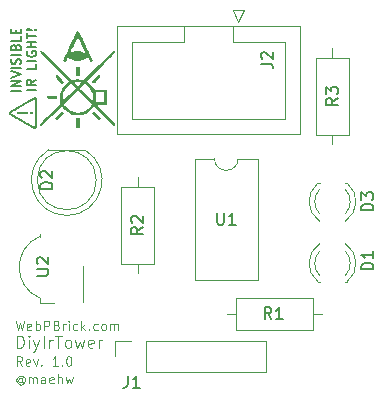
<source format=gbr>
%TF.GenerationSoftware,KiCad,Pcbnew,9.0.7*%
%TF.CreationDate,2026-01-25T12:57:44+01:00*%
%TF.ProjectId,DiyIrTower,44697949-7254-46f7-9765-722e6b696361,1.0*%
%TF.SameCoordinates,Original*%
%TF.FileFunction,Legend,Top*%
%TF.FilePolarity,Positive*%
%FSLAX46Y46*%
G04 Gerber Fmt 4.6, Leading zero omitted, Abs format (unit mm)*
G04 Created by KiCad (PCBNEW 9.0.7) date 2026-01-25 12:57:44*
%MOMM*%
%LPD*%
G01*
G04 APERTURE LIST*
%ADD10C,0.100000*%
%ADD11C,0.150000*%
%ADD12C,0.000000*%
%ADD13C,0.120000*%
G04 APERTURE END LIST*
D10*
X90680074Y-133596895D02*
X90870550Y-134396895D01*
X90870550Y-134396895D02*
X91022931Y-133825466D01*
X91022931Y-133825466D02*
X91175312Y-134396895D01*
X91175312Y-134396895D02*
X91365789Y-133596895D01*
X91975313Y-134358800D02*
X91899122Y-134396895D01*
X91899122Y-134396895D02*
X91746741Y-134396895D01*
X91746741Y-134396895D02*
X91670551Y-134358800D01*
X91670551Y-134358800D02*
X91632455Y-134282609D01*
X91632455Y-134282609D02*
X91632455Y-133977847D01*
X91632455Y-133977847D02*
X91670551Y-133901657D01*
X91670551Y-133901657D02*
X91746741Y-133863561D01*
X91746741Y-133863561D02*
X91899122Y-133863561D01*
X91899122Y-133863561D02*
X91975313Y-133901657D01*
X91975313Y-133901657D02*
X92013408Y-133977847D01*
X92013408Y-133977847D02*
X92013408Y-134054038D01*
X92013408Y-134054038D02*
X91632455Y-134130228D01*
X92356265Y-134396895D02*
X92356265Y-133596895D01*
X92356265Y-133901657D02*
X92432455Y-133863561D01*
X92432455Y-133863561D02*
X92584836Y-133863561D01*
X92584836Y-133863561D02*
X92661027Y-133901657D01*
X92661027Y-133901657D02*
X92699122Y-133939752D01*
X92699122Y-133939752D02*
X92737217Y-134015942D01*
X92737217Y-134015942D02*
X92737217Y-134244514D01*
X92737217Y-134244514D02*
X92699122Y-134320704D01*
X92699122Y-134320704D02*
X92661027Y-134358800D01*
X92661027Y-134358800D02*
X92584836Y-134396895D01*
X92584836Y-134396895D02*
X92432455Y-134396895D01*
X92432455Y-134396895D02*
X92356265Y-134358800D01*
X93080075Y-134396895D02*
X93080075Y-133596895D01*
X93080075Y-133596895D02*
X93384837Y-133596895D01*
X93384837Y-133596895D02*
X93461027Y-133634990D01*
X93461027Y-133634990D02*
X93499122Y-133673085D01*
X93499122Y-133673085D02*
X93537218Y-133749276D01*
X93537218Y-133749276D02*
X93537218Y-133863561D01*
X93537218Y-133863561D02*
X93499122Y-133939752D01*
X93499122Y-133939752D02*
X93461027Y-133977847D01*
X93461027Y-133977847D02*
X93384837Y-134015942D01*
X93384837Y-134015942D02*
X93080075Y-134015942D01*
X94146741Y-133977847D02*
X94261027Y-134015942D01*
X94261027Y-134015942D02*
X94299122Y-134054038D01*
X94299122Y-134054038D02*
X94337218Y-134130228D01*
X94337218Y-134130228D02*
X94337218Y-134244514D01*
X94337218Y-134244514D02*
X94299122Y-134320704D01*
X94299122Y-134320704D02*
X94261027Y-134358800D01*
X94261027Y-134358800D02*
X94184837Y-134396895D01*
X94184837Y-134396895D02*
X93880075Y-134396895D01*
X93880075Y-134396895D02*
X93880075Y-133596895D01*
X93880075Y-133596895D02*
X94146741Y-133596895D01*
X94146741Y-133596895D02*
X94222932Y-133634990D01*
X94222932Y-133634990D02*
X94261027Y-133673085D01*
X94261027Y-133673085D02*
X94299122Y-133749276D01*
X94299122Y-133749276D02*
X94299122Y-133825466D01*
X94299122Y-133825466D02*
X94261027Y-133901657D01*
X94261027Y-133901657D02*
X94222932Y-133939752D01*
X94222932Y-133939752D02*
X94146741Y-133977847D01*
X94146741Y-133977847D02*
X93880075Y-133977847D01*
X94680075Y-134396895D02*
X94680075Y-133863561D01*
X94680075Y-134015942D02*
X94718170Y-133939752D01*
X94718170Y-133939752D02*
X94756265Y-133901657D01*
X94756265Y-133901657D02*
X94832456Y-133863561D01*
X94832456Y-133863561D02*
X94908646Y-133863561D01*
X95175313Y-134396895D02*
X95175313Y-133863561D01*
X95175313Y-133596895D02*
X95137217Y-133634990D01*
X95137217Y-133634990D02*
X95175313Y-133673085D01*
X95175313Y-133673085D02*
X95213408Y-133634990D01*
X95213408Y-133634990D02*
X95175313Y-133596895D01*
X95175313Y-133596895D02*
X95175313Y-133673085D01*
X95899122Y-134358800D02*
X95822931Y-134396895D01*
X95822931Y-134396895D02*
X95670550Y-134396895D01*
X95670550Y-134396895D02*
X95594360Y-134358800D01*
X95594360Y-134358800D02*
X95556265Y-134320704D01*
X95556265Y-134320704D02*
X95518169Y-134244514D01*
X95518169Y-134244514D02*
X95518169Y-134015942D01*
X95518169Y-134015942D02*
X95556265Y-133939752D01*
X95556265Y-133939752D02*
X95594360Y-133901657D01*
X95594360Y-133901657D02*
X95670550Y-133863561D01*
X95670550Y-133863561D02*
X95822931Y-133863561D01*
X95822931Y-133863561D02*
X95899122Y-133901657D01*
X96241979Y-134396895D02*
X96241979Y-133596895D01*
X96318169Y-134092133D02*
X96546741Y-134396895D01*
X96546741Y-133863561D02*
X96241979Y-134168323D01*
X96889598Y-134320704D02*
X96927693Y-134358800D01*
X96927693Y-134358800D02*
X96889598Y-134396895D01*
X96889598Y-134396895D02*
X96851502Y-134358800D01*
X96851502Y-134358800D02*
X96889598Y-134320704D01*
X96889598Y-134320704D02*
X96889598Y-134396895D01*
X97613407Y-134358800D02*
X97537216Y-134396895D01*
X97537216Y-134396895D02*
X97384835Y-134396895D01*
X97384835Y-134396895D02*
X97308645Y-134358800D01*
X97308645Y-134358800D02*
X97270550Y-134320704D01*
X97270550Y-134320704D02*
X97232454Y-134244514D01*
X97232454Y-134244514D02*
X97232454Y-134015942D01*
X97232454Y-134015942D02*
X97270550Y-133939752D01*
X97270550Y-133939752D02*
X97308645Y-133901657D01*
X97308645Y-133901657D02*
X97384835Y-133863561D01*
X97384835Y-133863561D02*
X97537216Y-133863561D01*
X97537216Y-133863561D02*
X97613407Y-133901657D01*
X98070549Y-134396895D02*
X97994359Y-134358800D01*
X97994359Y-134358800D02*
X97956264Y-134320704D01*
X97956264Y-134320704D02*
X97918168Y-134244514D01*
X97918168Y-134244514D02*
X97918168Y-134015942D01*
X97918168Y-134015942D02*
X97956264Y-133939752D01*
X97956264Y-133939752D02*
X97994359Y-133901657D01*
X97994359Y-133901657D02*
X98070549Y-133863561D01*
X98070549Y-133863561D02*
X98184835Y-133863561D01*
X98184835Y-133863561D02*
X98261026Y-133901657D01*
X98261026Y-133901657D02*
X98299121Y-133939752D01*
X98299121Y-133939752D02*
X98337216Y-134015942D01*
X98337216Y-134015942D02*
X98337216Y-134244514D01*
X98337216Y-134244514D02*
X98299121Y-134320704D01*
X98299121Y-134320704D02*
X98261026Y-134358800D01*
X98261026Y-134358800D02*
X98184835Y-134396895D01*
X98184835Y-134396895D02*
X98070549Y-134396895D01*
X98680074Y-134396895D02*
X98680074Y-133863561D01*
X98680074Y-133939752D02*
X98718169Y-133901657D01*
X98718169Y-133901657D02*
X98794359Y-133863561D01*
X98794359Y-133863561D02*
X98908645Y-133863561D01*
X98908645Y-133863561D02*
X98984836Y-133901657D01*
X98984836Y-133901657D02*
X99022931Y-133977847D01*
X99022931Y-133977847D02*
X99022931Y-134396895D01*
X99022931Y-133977847D02*
X99061026Y-133901657D01*
X99061026Y-133901657D02*
X99137217Y-133863561D01*
X99137217Y-133863561D02*
X99251502Y-133863561D01*
X99251502Y-133863561D02*
X99327693Y-133901657D01*
X99327693Y-133901657D02*
X99365788Y-133977847D01*
X99365788Y-133977847D02*
X99365788Y-134396895D01*
X90803884Y-135872419D02*
X90803884Y-134872419D01*
X90803884Y-134872419D02*
X91041979Y-134872419D01*
X91041979Y-134872419D02*
X91184836Y-134920038D01*
X91184836Y-134920038D02*
X91280074Y-135015276D01*
X91280074Y-135015276D02*
X91327693Y-135110514D01*
X91327693Y-135110514D02*
X91375312Y-135300990D01*
X91375312Y-135300990D02*
X91375312Y-135443847D01*
X91375312Y-135443847D02*
X91327693Y-135634323D01*
X91327693Y-135634323D02*
X91280074Y-135729561D01*
X91280074Y-135729561D02*
X91184836Y-135824800D01*
X91184836Y-135824800D02*
X91041979Y-135872419D01*
X91041979Y-135872419D02*
X90803884Y-135872419D01*
X91803884Y-135872419D02*
X91803884Y-135205752D01*
X91803884Y-134872419D02*
X91756265Y-134920038D01*
X91756265Y-134920038D02*
X91803884Y-134967657D01*
X91803884Y-134967657D02*
X91851503Y-134920038D01*
X91851503Y-134920038D02*
X91803884Y-134872419D01*
X91803884Y-134872419D02*
X91803884Y-134967657D01*
X92184836Y-135205752D02*
X92422931Y-135872419D01*
X92661026Y-135205752D02*
X92422931Y-135872419D01*
X92422931Y-135872419D02*
X92327693Y-136110514D01*
X92327693Y-136110514D02*
X92280074Y-136158133D01*
X92280074Y-136158133D02*
X92184836Y-136205752D01*
X93041979Y-135872419D02*
X93041979Y-134872419D01*
X93518169Y-135872419D02*
X93518169Y-135205752D01*
X93518169Y-135396228D02*
X93565788Y-135300990D01*
X93565788Y-135300990D02*
X93613407Y-135253371D01*
X93613407Y-135253371D02*
X93708645Y-135205752D01*
X93708645Y-135205752D02*
X93803883Y-135205752D01*
X93994360Y-134872419D02*
X94565788Y-134872419D01*
X94280074Y-135872419D02*
X94280074Y-134872419D01*
X95041979Y-135872419D02*
X94946741Y-135824800D01*
X94946741Y-135824800D02*
X94899122Y-135777180D01*
X94899122Y-135777180D02*
X94851503Y-135681942D01*
X94851503Y-135681942D02*
X94851503Y-135396228D01*
X94851503Y-135396228D02*
X94899122Y-135300990D01*
X94899122Y-135300990D02*
X94946741Y-135253371D01*
X94946741Y-135253371D02*
X95041979Y-135205752D01*
X95041979Y-135205752D02*
X95184836Y-135205752D01*
X95184836Y-135205752D02*
X95280074Y-135253371D01*
X95280074Y-135253371D02*
X95327693Y-135300990D01*
X95327693Y-135300990D02*
X95375312Y-135396228D01*
X95375312Y-135396228D02*
X95375312Y-135681942D01*
X95375312Y-135681942D02*
X95327693Y-135777180D01*
X95327693Y-135777180D02*
X95280074Y-135824800D01*
X95280074Y-135824800D02*
X95184836Y-135872419D01*
X95184836Y-135872419D02*
X95041979Y-135872419D01*
X95708646Y-135205752D02*
X95899122Y-135872419D01*
X95899122Y-135872419D02*
X96089598Y-135396228D01*
X96089598Y-135396228D02*
X96280074Y-135872419D01*
X96280074Y-135872419D02*
X96470550Y-135205752D01*
X97232455Y-135824800D02*
X97137217Y-135872419D01*
X97137217Y-135872419D02*
X96946741Y-135872419D01*
X96946741Y-135872419D02*
X96851503Y-135824800D01*
X96851503Y-135824800D02*
X96803884Y-135729561D01*
X96803884Y-135729561D02*
X96803884Y-135348609D01*
X96803884Y-135348609D02*
X96851503Y-135253371D01*
X96851503Y-135253371D02*
X96946741Y-135205752D01*
X96946741Y-135205752D02*
X97137217Y-135205752D01*
X97137217Y-135205752D02*
X97232455Y-135253371D01*
X97232455Y-135253371D02*
X97280074Y-135348609D01*
X97280074Y-135348609D02*
X97280074Y-135443847D01*
X97280074Y-135443847D02*
X96803884Y-135539085D01*
X97708646Y-135872419D02*
X97708646Y-135205752D01*
X97708646Y-135396228D02*
X97756265Y-135300990D01*
X97756265Y-135300990D02*
X97803884Y-135253371D01*
X97803884Y-135253371D02*
X97899122Y-135205752D01*
X97899122Y-135205752D02*
X97994360Y-135205752D01*
D11*
X91106340Y-114109522D02*
X90306340Y-114109522D01*
X91106340Y-113728570D02*
X90306340Y-113728570D01*
X90306340Y-113728570D02*
X91106340Y-113271427D01*
X91106340Y-113271427D02*
X90306340Y-113271427D01*
X90306340Y-113004761D02*
X91106340Y-112738094D01*
X91106340Y-112738094D02*
X90306340Y-112471428D01*
X91106340Y-112204761D02*
X90306340Y-112204761D01*
X91068245Y-111861905D02*
X91106340Y-111747619D01*
X91106340Y-111747619D02*
X91106340Y-111557143D01*
X91106340Y-111557143D02*
X91068245Y-111480952D01*
X91068245Y-111480952D02*
X91030149Y-111442857D01*
X91030149Y-111442857D02*
X90953959Y-111404762D01*
X90953959Y-111404762D02*
X90877768Y-111404762D01*
X90877768Y-111404762D02*
X90801578Y-111442857D01*
X90801578Y-111442857D02*
X90763483Y-111480952D01*
X90763483Y-111480952D02*
X90725387Y-111557143D01*
X90725387Y-111557143D02*
X90687292Y-111709524D01*
X90687292Y-111709524D02*
X90649197Y-111785714D01*
X90649197Y-111785714D02*
X90611102Y-111823809D01*
X90611102Y-111823809D02*
X90534911Y-111861905D01*
X90534911Y-111861905D02*
X90458721Y-111861905D01*
X90458721Y-111861905D02*
X90382530Y-111823809D01*
X90382530Y-111823809D02*
X90344435Y-111785714D01*
X90344435Y-111785714D02*
X90306340Y-111709524D01*
X90306340Y-111709524D02*
X90306340Y-111519047D01*
X90306340Y-111519047D02*
X90344435Y-111404762D01*
X91106340Y-111061904D02*
X90306340Y-111061904D01*
X90687292Y-110414286D02*
X90725387Y-110300000D01*
X90725387Y-110300000D02*
X90763483Y-110261905D01*
X90763483Y-110261905D02*
X90839673Y-110223809D01*
X90839673Y-110223809D02*
X90953959Y-110223809D01*
X90953959Y-110223809D02*
X91030149Y-110261905D01*
X91030149Y-110261905D02*
X91068245Y-110300000D01*
X91068245Y-110300000D02*
X91106340Y-110376190D01*
X91106340Y-110376190D02*
X91106340Y-110680952D01*
X91106340Y-110680952D02*
X90306340Y-110680952D01*
X90306340Y-110680952D02*
X90306340Y-110414286D01*
X90306340Y-110414286D02*
X90344435Y-110338095D01*
X90344435Y-110338095D02*
X90382530Y-110300000D01*
X90382530Y-110300000D02*
X90458721Y-110261905D01*
X90458721Y-110261905D02*
X90534911Y-110261905D01*
X90534911Y-110261905D02*
X90611102Y-110300000D01*
X90611102Y-110300000D02*
X90649197Y-110338095D01*
X90649197Y-110338095D02*
X90687292Y-110414286D01*
X90687292Y-110414286D02*
X90687292Y-110680952D01*
X91106340Y-109500000D02*
X91106340Y-109880952D01*
X91106340Y-109880952D02*
X90306340Y-109880952D01*
X90687292Y-109233333D02*
X90687292Y-108966667D01*
X91106340Y-108852381D02*
X91106340Y-109233333D01*
X91106340Y-109233333D02*
X90306340Y-109233333D01*
X90306340Y-109233333D02*
X90306340Y-108852381D01*
X92394295Y-114033332D02*
X91594295Y-114033332D01*
X92394295Y-113195237D02*
X92013342Y-113461904D01*
X92394295Y-113652380D02*
X91594295Y-113652380D01*
X91594295Y-113652380D02*
X91594295Y-113347618D01*
X91594295Y-113347618D02*
X91632390Y-113271428D01*
X91632390Y-113271428D02*
X91670485Y-113233333D01*
X91670485Y-113233333D02*
X91746676Y-113195237D01*
X91746676Y-113195237D02*
X91860961Y-113195237D01*
X91860961Y-113195237D02*
X91937152Y-113233333D01*
X91937152Y-113233333D02*
X91975247Y-113271428D01*
X91975247Y-113271428D02*
X92013342Y-113347618D01*
X92013342Y-113347618D02*
X92013342Y-113652380D01*
X92394295Y-111861904D02*
X92394295Y-112242856D01*
X92394295Y-112242856D02*
X91594295Y-112242856D01*
X92394295Y-111595237D02*
X91594295Y-111595237D01*
X91632390Y-110795238D02*
X91594295Y-110871428D01*
X91594295Y-110871428D02*
X91594295Y-110985714D01*
X91594295Y-110985714D02*
X91632390Y-111100000D01*
X91632390Y-111100000D02*
X91708580Y-111176190D01*
X91708580Y-111176190D02*
X91784771Y-111214285D01*
X91784771Y-111214285D02*
X91937152Y-111252381D01*
X91937152Y-111252381D02*
X92051438Y-111252381D01*
X92051438Y-111252381D02*
X92203819Y-111214285D01*
X92203819Y-111214285D02*
X92280009Y-111176190D01*
X92280009Y-111176190D02*
X92356200Y-111100000D01*
X92356200Y-111100000D02*
X92394295Y-110985714D01*
X92394295Y-110985714D02*
X92394295Y-110909523D01*
X92394295Y-110909523D02*
X92356200Y-110795238D01*
X92356200Y-110795238D02*
X92318104Y-110757142D01*
X92318104Y-110757142D02*
X92051438Y-110757142D01*
X92051438Y-110757142D02*
X92051438Y-110909523D01*
X92394295Y-110414285D02*
X91594295Y-110414285D01*
X91975247Y-110414285D02*
X91975247Y-109957142D01*
X92394295Y-109957142D02*
X91594295Y-109957142D01*
X91594295Y-109690476D02*
X91594295Y-109233333D01*
X92394295Y-109461905D02*
X91594295Y-109461905D01*
X92318104Y-108966666D02*
X92356200Y-108928571D01*
X92356200Y-108928571D02*
X92394295Y-108966666D01*
X92394295Y-108966666D02*
X92356200Y-109004762D01*
X92356200Y-109004762D02*
X92318104Y-108966666D01*
X92318104Y-108966666D02*
X92394295Y-108966666D01*
X92089533Y-108966666D02*
X91632390Y-109004762D01*
X91632390Y-109004762D02*
X91594295Y-108966666D01*
X91594295Y-108966666D02*
X91632390Y-108928571D01*
X91632390Y-108928571D02*
X92089533Y-108966666D01*
X92089533Y-108966666D02*
X91594295Y-108966666D01*
D10*
X91251503Y-138515942D02*
X91213408Y-138477847D01*
X91213408Y-138477847D02*
X91137217Y-138439752D01*
X91137217Y-138439752D02*
X91061027Y-138439752D01*
X91061027Y-138439752D02*
X90984836Y-138477847D01*
X90984836Y-138477847D02*
X90946741Y-138515942D01*
X90946741Y-138515942D02*
X90908646Y-138592133D01*
X90908646Y-138592133D02*
X90908646Y-138668323D01*
X90908646Y-138668323D02*
X90946741Y-138744514D01*
X90946741Y-138744514D02*
X90984836Y-138782609D01*
X90984836Y-138782609D02*
X91061027Y-138820704D01*
X91061027Y-138820704D02*
X91137217Y-138820704D01*
X91137217Y-138820704D02*
X91213408Y-138782609D01*
X91213408Y-138782609D02*
X91251503Y-138744514D01*
X91251503Y-138439752D02*
X91251503Y-138744514D01*
X91251503Y-138744514D02*
X91289598Y-138782609D01*
X91289598Y-138782609D02*
X91327693Y-138782609D01*
X91327693Y-138782609D02*
X91403884Y-138744514D01*
X91403884Y-138744514D02*
X91441979Y-138668323D01*
X91441979Y-138668323D02*
X91441979Y-138477847D01*
X91441979Y-138477847D02*
X91365789Y-138363561D01*
X91365789Y-138363561D02*
X91251503Y-138287371D01*
X91251503Y-138287371D02*
X91099122Y-138249276D01*
X91099122Y-138249276D02*
X90946741Y-138287371D01*
X90946741Y-138287371D02*
X90832455Y-138363561D01*
X90832455Y-138363561D02*
X90756265Y-138477847D01*
X90756265Y-138477847D02*
X90718169Y-138630228D01*
X90718169Y-138630228D02*
X90756265Y-138782609D01*
X90756265Y-138782609D02*
X90832455Y-138896895D01*
X90832455Y-138896895D02*
X90946741Y-138973085D01*
X90946741Y-138973085D02*
X91099122Y-139011180D01*
X91099122Y-139011180D02*
X91251503Y-138973085D01*
X91251503Y-138973085D02*
X91365789Y-138896895D01*
X91784836Y-138896895D02*
X91784836Y-138363561D01*
X91784836Y-138439752D02*
X91822931Y-138401657D01*
X91822931Y-138401657D02*
X91899121Y-138363561D01*
X91899121Y-138363561D02*
X92013407Y-138363561D01*
X92013407Y-138363561D02*
X92089598Y-138401657D01*
X92089598Y-138401657D02*
X92127693Y-138477847D01*
X92127693Y-138477847D02*
X92127693Y-138896895D01*
X92127693Y-138477847D02*
X92165788Y-138401657D01*
X92165788Y-138401657D02*
X92241979Y-138363561D01*
X92241979Y-138363561D02*
X92356264Y-138363561D01*
X92356264Y-138363561D02*
X92432455Y-138401657D01*
X92432455Y-138401657D02*
X92470550Y-138477847D01*
X92470550Y-138477847D02*
X92470550Y-138896895D01*
X93194360Y-138896895D02*
X93194360Y-138477847D01*
X93194360Y-138477847D02*
X93156265Y-138401657D01*
X93156265Y-138401657D02*
X93080074Y-138363561D01*
X93080074Y-138363561D02*
X92927693Y-138363561D01*
X92927693Y-138363561D02*
X92851503Y-138401657D01*
X93194360Y-138858800D02*
X93118169Y-138896895D01*
X93118169Y-138896895D02*
X92927693Y-138896895D01*
X92927693Y-138896895D02*
X92851503Y-138858800D01*
X92851503Y-138858800D02*
X92813407Y-138782609D01*
X92813407Y-138782609D02*
X92813407Y-138706419D01*
X92813407Y-138706419D02*
X92851503Y-138630228D01*
X92851503Y-138630228D02*
X92927693Y-138592133D01*
X92927693Y-138592133D02*
X93118169Y-138592133D01*
X93118169Y-138592133D02*
X93194360Y-138554038D01*
X93880075Y-138858800D02*
X93803884Y-138896895D01*
X93803884Y-138896895D02*
X93651503Y-138896895D01*
X93651503Y-138896895D02*
X93575313Y-138858800D01*
X93575313Y-138858800D02*
X93537217Y-138782609D01*
X93537217Y-138782609D02*
X93537217Y-138477847D01*
X93537217Y-138477847D02*
X93575313Y-138401657D01*
X93575313Y-138401657D02*
X93651503Y-138363561D01*
X93651503Y-138363561D02*
X93803884Y-138363561D01*
X93803884Y-138363561D02*
X93880075Y-138401657D01*
X93880075Y-138401657D02*
X93918170Y-138477847D01*
X93918170Y-138477847D02*
X93918170Y-138554038D01*
X93918170Y-138554038D02*
X93537217Y-138630228D01*
X94261027Y-138896895D02*
X94261027Y-138096895D01*
X94603884Y-138896895D02*
X94603884Y-138477847D01*
X94603884Y-138477847D02*
X94565789Y-138401657D01*
X94565789Y-138401657D02*
X94489598Y-138363561D01*
X94489598Y-138363561D02*
X94375312Y-138363561D01*
X94375312Y-138363561D02*
X94299122Y-138401657D01*
X94299122Y-138401657D02*
X94261027Y-138439752D01*
X94908646Y-138363561D02*
X95061027Y-138896895D01*
X95061027Y-138896895D02*
X95213408Y-138515942D01*
X95213408Y-138515942D02*
X95365789Y-138896895D01*
X95365789Y-138896895D02*
X95518170Y-138363561D01*
X91213408Y-137396895D02*
X90946741Y-137015942D01*
X90756265Y-137396895D02*
X90756265Y-136596895D01*
X90756265Y-136596895D02*
X91061027Y-136596895D01*
X91061027Y-136596895D02*
X91137217Y-136634990D01*
X91137217Y-136634990D02*
X91175312Y-136673085D01*
X91175312Y-136673085D02*
X91213408Y-136749276D01*
X91213408Y-136749276D02*
X91213408Y-136863561D01*
X91213408Y-136863561D02*
X91175312Y-136939752D01*
X91175312Y-136939752D02*
X91137217Y-136977847D01*
X91137217Y-136977847D02*
X91061027Y-137015942D01*
X91061027Y-137015942D02*
X90756265Y-137015942D01*
X91861027Y-137358800D02*
X91784836Y-137396895D01*
X91784836Y-137396895D02*
X91632455Y-137396895D01*
X91632455Y-137396895D02*
X91556265Y-137358800D01*
X91556265Y-137358800D02*
X91518169Y-137282609D01*
X91518169Y-137282609D02*
X91518169Y-136977847D01*
X91518169Y-136977847D02*
X91556265Y-136901657D01*
X91556265Y-136901657D02*
X91632455Y-136863561D01*
X91632455Y-136863561D02*
X91784836Y-136863561D01*
X91784836Y-136863561D02*
X91861027Y-136901657D01*
X91861027Y-136901657D02*
X91899122Y-136977847D01*
X91899122Y-136977847D02*
X91899122Y-137054038D01*
X91899122Y-137054038D02*
X91518169Y-137130228D01*
X92165788Y-136863561D02*
X92356264Y-137396895D01*
X92356264Y-137396895D02*
X92546741Y-136863561D01*
X92851503Y-137320704D02*
X92889598Y-137358800D01*
X92889598Y-137358800D02*
X92851503Y-137396895D01*
X92851503Y-137396895D02*
X92813407Y-137358800D01*
X92813407Y-137358800D02*
X92851503Y-137320704D01*
X92851503Y-137320704D02*
X92851503Y-137396895D01*
X94261026Y-137396895D02*
X93803883Y-137396895D01*
X94032455Y-137396895D02*
X94032455Y-136596895D01*
X94032455Y-136596895D02*
X93956264Y-136711180D01*
X93956264Y-136711180D02*
X93880074Y-136787371D01*
X93880074Y-136787371D02*
X93803883Y-136825466D01*
X94603884Y-137320704D02*
X94641979Y-137358800D01*
X94641979Y-137358800D02*
X94603884Y-137396895D01*
X94603884Y-137396895D02*
X94565788Y-137358800D01*
X94565788Y-137358800D02*
X94603884Y-137320704D01*
X94603884Y-137320704D02*
X94603884Y-137396895D01*
X95137217Y-136596895D02*
X95213407Y-136596895D01*
X95213407Y-136596895D02*
X95289598Y-136634990D01*
X95289598Y-136634990D02*
X95327693Y-136673085D01*
X95327693Y-136673085D02*
X95365788Y-136749276D01*
X95365788Y-136749276D02*
X95403883Y-136901657D01*
X95403883Y-136901657D02*
X95403883Y-137092133D01*
X95403883Y-137092133D02*
X95365788Y-137244514D01*
X95365788Y-137244514D02*
X95327693Y-137320704D01*
X95327693Y-137320704D02*
X95289598Y-137358800D01*
X95289598Y-137358800D02*
X95213407Y-137396895D01*
X95213407Y-137396895D02*
X95137217Y-137396895D01*
X95137217Y-137396895D02*
X95061026Y-137358800D01*
X95061026Y-137358800D02*
X95022931Y-137320704D01*
X95022931Y-137320704D02*
X94984836Y-137244514D01*
X94984836Y-137244514D02*
X94946740Y-137092133D01*
X94946740Y-137092133D02*
X94946740Y-136901657D01*
X94946740Y-136901657D02*
X94984836Y-136749276D01*
X94984836Y-136749276D02*
X95022931Y-136673085D01*
X95022931Y-136673085D02*
X95061026Y-136634990D01*
X95061026Y-136634990D02*
X95137217Y-136596895D01*
D11*
X120954819Y-124238094D02*
X119954819Y-124238094D01*
X119954819Y-124238094D02*
X119954819Y-123999999D01*
X119954819Y-123999999D02*
X120002438Y-123857142D01*
X120002438Y-123857142D02*
X120097676Y-123761904D01*
X120097676Y-123761904D02*
X120192914Y-123714285D01*
X120192914Y-123714285D02*
X120383390Y-123666666D01*
X120383390Y-123666666D02*
X120526247Y-123666666D01*
X120526247Y-123666666D02*
X120716723Y-123714285D01*
X120716723Y-123714285D02*
X120811961Y-123761904D01*
X120811961Y-123761904D02*
X120907200Y-123857142D01*
X120907200Y-123857142D02*
X120954819Y-123999999D01*
X120954819Y-123999999D02*
X120954819Y-124238094D01*
X119954819Y-123333332D02*
X119954819Y-122714285D01*
X119954819Y-122714285D02*
X120335771Y-123047618D01*
X120335771Y-123047618D02*
X120335771Y-122904761D01*
X120335771Y-122904761D02*
X120383390Y-122809523D01*
X120383390Y-122809523D02*
X120431009Y-122761904D01*
X120431009Y-122761904D02*
X120526247Y-122714285D01*
X120526247Y-122714285D02*
X120764342Y-122714285D01*
X120764342Y-122714285D02*
X120859580Y-122761904D01*
X120859580Y-122761904D02*
X120907200Y-122809523D01*
X120907200Y-122809523D02*
X120954819Y-122904761D01*
X120954819Y-122904761D02*
X120954819Y-123190475D01*
X120954819Y-123190475D02*
X120907200Y-123285713D01*
X120907200Y-123285713D02*
X120859580Y-123333332D01*
X93769819Y-122428094D02*
X92769819Y-122428094D01*
X92769819Y-122428094D02*
X92769819Y-122189999D01*
X92769819Y-122189999D02*
X92817438Y-122047142D01*
X92817438Y-122047142D02*
X92912676Y-121951904D01*
X92912676Y-121951904D02*
X93007914Y-121904285D01*
X93007914Y-121904285D02*
X93198390Y-121856666D01*
X93198390Y-121856666D02*
X93341247Y-121856666D01*
X93341247Y-121856666D02*
X93531723Y-121904285D01*
X93531723Y-121904285D02*
X93626961Y-121951904D01*
X93626961Y-121951904D02*
X93722200Y-122047142D01*
X93722200Y-122047142D02*
X93769819Y-122189999D01*
X93769819Y-122189999D02*
X93769819Y-122428094D01*
X92865057Y-121475713D02*
X92817438Y-121428094D01*
X92817438Y-121428094D02*
X92769819Y-121332856D01*
X92769819Y-121332856D02*
X92769819Y-121094761D01*
X92769819Y-121094761D02*
X92817438Y-120999523D01*
X92817438Y-120999523D02*
X92865057Y-120951904D01*
X92865057Y-120951904D02*
X92960295Y-120904285D01*
X92960295Y-120904285D02*
X93055533Y-120904285D01*
X93055533Y-120904285D02*
X93198390Y-120951904D01*
X93198390Y-120951904D02*
X93769819Y-121523332D01*
X93769819Y-121523332D02*
X93769819Y-120904285D01*
X100166666Y-138254819D02*
X100166666Y-138969104D01*
X100166666Y-138969104D02*
X100119047Y-139111961D01*
X100119047Y-139111961D02*
X100023809Y-139207200D01*
X100023809Y-139207200D02*
X99880952Y-139254819D01*
X99880952Y-139254819D02*
X99785714Y-139254819D01*
X101166666Y-139254819D02*
X100595238Y-139254819D01*
X100880952Y-139254819D02*
X100880952Y-138254819D01*
X100880952Y-138254819D02*
X100785714Y-138397676D01*
X100785714Y-138397676D02*
X100690476Y-138492914D01*
X100690476Y-138492914D02*
X100595238Y-138540533D01*
X111454819Y-111833333D02*
X112169104Y-111833333D01*
X112169104Y-111833333D02*
X112311961Y-111880952D01*
X112311961Y-111880952D02*
X112407200Y-111976190D01*
X112407200Y-111976190D02*
X112454819Y-112119047D01*
X112454819Y-112119047D02*
X112454819Y-112214285D01*
X111550057Y-111404761D02*
X111502438Y-111357142D01*
X111502438Y-111357142D02*
X111454819Y-111261904D01*
X111454819Y-111261904D02*
X111454819Y-111023809D01*
X111454819Y-111023809D02*
X111502438Y-110928571D01*
X111502438Y-110928571D02*
X111550057Y-110880952D01*
X111550057Y-110880952D02*
X111645295Y-110833333D01*
X111645295Y-110833333D02*
X111740533Y-110833333D01*
X111740533Y-110833333D02*
X111883390Y-110880952D01*
X111883390Y-110880952D02*
X112454819Y-111452380D01*
X112454819Y-111452380D02*
X112454819Y-110833333D01*
X107743095Y-124454819D02*
X107743095Y-125264342D01*
X107743095Y-125264342D02*
X107790714Y-125359580D01*
X107790714Y-125359580D02*
X107838333Y-125407200D01*
X107838333Y-125407200D02*
X107933571Y-125454819D01*
X107933571Y-125454819D02*
X108124047Y-125454819D01*
X108124047Y-125454819D02*
X108219285Y-125407200D01*
X108219285Y-125407200D02*
X108266904Y-125359580D01*
X108266904Y-125359580D02*
X108314523Y-125264342D01*
X108314523Y-125264342D02*
X108314523Y-124454819D01*
X109314523Y-125454819D02*
X108743095Y-125454819D01*
X109028809Y-125454819D02*
X109028809Y-124454819D01*
X109028809Y-124454819D02*
X108933571Y-124597676D01*
X108933571Y-124597676D02*
X108838333Y-124692914D01*
X108838333Y-124692914D02*
X108743095Y-124740533D01*
X112333333Y-133454819D02*
X112000000Y-132978628D01*
X111761905Y-133454819D02*
X111761905Y-132454819D01*
X111761905Y-132454819D02*
X112142857Y-132454819D01*
X112142857Y-132454819D02*
X112238095Y-132502438D01*
X112238095Y-132502438D02*
X112285714Y-132550057D01*
X112285714Y-132550057D02*
X112333333Y-132645295D01*
X112333333Y-132645295D02*
X112333333Y-132788152D01*
X112333333Y-132788152D02*
X112285714Y-132883390D01*
X112285714Y-132883390D02*
X112238095Y-132931009D01*
X112238095Y-132931009D02*
X112142857Y-132978628D01*
X112142857Y-132978628D02*
X111761905Y-132978628D01*
X113285714Y-133454819D02*
X112714286Y-133454819D01*
X113000000Y-133454819D02*
X113000000Y-132454819D01*
X113000000Y-132454819D02*
X112904762Y-132597676D01*
X112904762Y-132597676D02*
X112809524Y-132692914D01*
X112809524Y-132692914D02*
X112714286Y-132740533D01*
X120954819Y-129238094D02*
X119954819Y-129238094D01*
X119954819Y-129238094D02*
X119954819Y-128999999D01*
X119954819Y-128999999D02*
X120002438Y-128857142D01*
X120002438Y-128857142D02*
X120097676Y-128761904D01*
X120097676Y-128761904D02*
X120192914Y-128714285D01*
X120192914Y-128714285D02*
X120383390Y-128666666D01*
X120383390Y-128666666D02*
X120526247Y-128666666D01*
X120526247Y-128666666D02*
X120716723Y-128714285D01*
X120716723Y-128714285D02*
X120811961Y-128761904D01*
X120811961Y-128761904D02*
X120907200Y-128857142D01*
X120907200Y-128857142D02*
X120954819Y-128999999D01*
X120954819Y-128999999D02*
X120954819Y-129238094D01*
X120954819Y-127714285D02*
X120954819Y-128285713D01*
X120954819Y-127999999D02*
X119954819Y-127999999D01*
X119954819Y-127999999D02*
X120097676Y-128095237D01*
X120097676Y-128095237D02*
X120192914Y-128190475D01*
X120192914Y-128190475D02*
X120240533Y-128285713D01*
X101454819Y-125666666D02*
X100978628Y-125999999D01*
X101454819Y-126238094D02*
X100454819Y-126238094D01*
X100454819Y-126238094D02*
X100454819Y-125857142D01*
X100454819Y-125857142D02*
X100502438Y-125761904D01*
X100502438Y-125761904D02*
X100550057Y-125714285D01*
X100550057Y-125714285D02*
X100645295Y-125666666D01*
X100645295Y-125666666D02*
X100788152Y-125666666D01*
X100788152Y-125666666D02*
X100883390Y-125714285D01*
X100883390Y-125714285D02*
X100931009Y-125761904D01*
X100931009Y-125761904D02*
X100978628Y-125857142D01*
X100978628Y-125857142D02*
X100978628Y-126238094D01*
X100550057Y-125285713D02*
X100502438Y-125238094D01*
X100502438Y-125238094D02*
X100454819Y-125142856D01*
X100454819Y-125142856D02*
X100454819Y-124904761D01*
X100454819Y-124904761D02*
X100502438Y-124809523D01*
X100502438Y-124809523D02*
X100550057Y-124761904D01*
X100550057Y-124761904D02*
X100645295Y-124714285D01*
X100645295Y-124714285D02*
X100740533Y-124714285D01*
X100740533Y-124714285D02*
X100883390Y-124761904D01*
X100883390Y-124761904D02*
X101454819Y-125333332D01*
X101454819Y-125333332D02*
X101454819Y-124714285D01*
X92454819Y-129761904D02*
X93264342Y-129761904D01*
X93264342Y-129761904D02*
X93359580Y-129714285D01*
X93359580Y-129714285D02*
X93407200Y-129666666D01*
X93407200Y-129666666D02*
X93454819Y-129571428D01*
X93454819Y-129571428D02*
X93454819Y-129380952D01*
X93454819Y-129380952D02*
X93407200Y-129285714D01*
X93407200Y-129285714D02*
X93359580Y-129238095D01*
X93359580Y-129238095D02*
X93264342Y-129190476D01*
X93264342Y-129190476D02*
X92454819Y-129190476D01*
X92550057Y-128761904D02*
X92502438Y-128714285D01*
X92502438Y-128714285D02*
X92454819Y-128619047D01*
X92454819Y-128619047D02*
X92454819Y-128380952D01*
X92454819Y-128380952D02*
X92502438Y-128285714D01*
X92502438Y-128285714D02*
X92550057Y-128238095D01*
X92550057Y-128238095D02*
X92645295Y-128190476D01*
X92645295Y-128190476D02*
X92740533Y-128190476D01*
X92740533Y-128190476D02*
X92883390Y-128238095D01*
X92883390Y-128238095D02*
X93454819Y-128809523D01*
X93454819Y-128809523D02*
X93454819Y-128190476D01*
X117954819Y-114746666D02*
X117478628Y-115079999D01*
X117954819Y-115318094D02*
X116954819Y-115318094D01*
X116954819Y-115318094D02*
X116954819Y-114937142D01*
X116954819Y-114937142D02*
X117002438Y-114841904D01*
X117002438Y-114841904D02*
X117050057Y-114794285D01*
X117050057Y-114794285D02*
X117145295Y-114746666D01*
X117145295Y-114746666D02*
X117288152Y-114746666D01*
X117288152Y-114746666D02*
X117383390Y-114794285D01*
X117383390Y-114794285D02*
X117431009Y-114841904D01*
X117431009Y-114841904D02*
X117478628Y-114937142D01*
X117478628Y-114937142D02*
X117478628Y-115318094D01*
X116954819Y-114413332D02*
X116954819Y-113794285D01*
X116954819Y-113794285D02*
X117335771Y-114127618D01*
X117335771Y-114127618D02*
X117335771Y-113984761D01*
X117335771Y-113984761D02*
X117383390Y-113889523D01*
X117383390Y-113889523D02*
X117431009Y-113841904D01*
X117431009Y-113841904D02*
X117526247Y-113794285D01*
X117526247Y-113794285D02*
X117764342Y-113794285D01*
X117764342Y-113794285D02*
X117859580Y-113841904D01*
X117859580Y-113841904D02*
X117907200Y-113889523D01*
X117907200Y-113889523D02*
X117954819Y-113984761D01*
X117954819Y-113984761D02*
X117954819Y-114270475D01*
X117954819Y-114270475D02*
X117907200Y-114365713D01*
X117907200Y-114365713D02*
X117859580Y-114413332D01*
D12*
%TO.C,G\u002A\u002A\u002A*%
G36*
X92294885Y-114656423D02*
G01*
X92312542Y-114658742D01*
X92319958Y-114660070D01*
X92373289Y-114675799D01*
X92418590Y-114701639D01*
X92456515Y-114738080D01*
X92487718Y-114785609D01*
X92487740Y-114785651D01*
X92505944Y-114820201D01*
X92507186Y-115986928D01*
X92507330Y-116136241D01*
X92507429Y-116273004D01*
X92507479Y-116397736D01*
X92507477Y-116510961D01*
X92507419Y-116613198D01*
X92507303Y-116704970D01*
X92507125Y-116786798D01*
X92506882Y-116859203D01*
X92506572Y-116922706D01*
X92506189Y-116977830D01*
X92505732Y-117025095D01*
X92505197Y-117065023D01*
X92504581Y-117098136D01*
X92503880Y-117124954D01*
X92503092Y-117145999D01*
X92502213Y-117161792D01*
X92501240Y-117172855D01*
X92500169Y-117179710D01*
X92499775Y-117181198D01*
X92477670Y-117231289D01*
X92446066Y-117273343D01*
X92406357Y-117306327D01*
X92359935Y-117329205D01*
X92308194Y-117340942D01*
X92282960Y-117342315D01*
X92274536Y-117342066D01*
X92264412Y-117341766D01*
X92246750Y-117339574D01*
X92228329Y-117335035D01*
X92207504Y-117327444D01*
X92182630Y-117316094D01*
X92152062Y-117300282D01*
X92114156Y-117279301D01*
X92067265Y-117252446D01*
X92049909Y-117242388D01*
X92013479Y-117221263D01*
X91967966Y-117194909D01*
X91915615Y-117164623D01*
X91858670Y-117131702D01*
X91799376Y-117097445D01*
X91739976Y-117063147D01*
X91682715Y-117030108D01*
X91682372Y-117029910D01*
X91611649Y-116989116D01*
X91550679Y-116953940D01*
X91497892Y-116923474D01*
X91451713Y-116896808D01*
X91410572Y-116873033D01*
X91372895Y-116851240D01*
X91337109Y-116830522D01*
X91301644Y-116809967D01*
X91264925Y-116788669D01*
X91237905Y-116772987D01*
X91213879Y-116759066D01*
X91180399Y-116739707D01*
X91139343Y-116715992D01*
X91092587Y-116689003D01*
X91042006Y-116659825D01*
X90989477Y-116629540D01*
X90940504Y-116601320D01*
X90833958Y-116539951D01*
X90738142Y-116484767D01*
X90652468Y-116435416D01*
X90576347Y-116391542D01*
X90509190Y-116352792D01*
X90450407Y-116318813D01*
X90399411Y-116289251D01*
X90355613Y-116263751D01*
X90318423Y-116241960D01*
X90287253Y-116223523D01*
X90261514Y-116208088D01*
X90240617Y-116195300D01*
X90223974Y-116184805D01*
X90210995Y-116176250D01*
X90201092Y-116169280D01*
X90193675Y-116163542D01*
X90188157Y-116158682D01*
X90183948Y-116154346D01*
X90180459Y-116150180D01*
X90177102Y-116145831D01*
X90173288Y-116140944D01*
X90172188Y-116139589D01*
X90146178Y-116098172D01*
X90129875Y-116050910D01*
X90124232Y-116005517D01*
X90299932Y-116005517D01*
X90303058Y-116014976D01*
X90310582Y-116024974D01*
X90323615Y-116036447D01*
X90343266Y-116050336D01*
X90370646Y-116067578D01*
X90406864Y-116089113D01*
X90453032Y-116115879D01*
X90468234Y-116124636D01*
X90513589Y-116150759D01*
X90558490Y-116176651D01*
X90600740Y-116201045D01*
X90638143Y-116222670D01*
X90668501Y-116240257D01*
X90688857Y-116252092D01*
X90711500Y-116265266D01*
X90743023Y-116283552D01*
X90780981Y-116305533D01*
X90822927Y-116329793D01*
X90866415Y-116354917D01*
X90891482Y-116369385D01*
X90935256Y-116394650D01*
X90979389Y-116420139D01*
X91021315Y-116444369D01*
X91058466Y-116465854D01*
X91088276Y-116483112D01*
X91100643Y-116490282D01*
X91118000Y-116500332D01*
X91145489Y-116516217D01*
X91181912Y-116537247D01*
X91226072Y-116562731D01*
X91276773Y-116591980D01*
X91332819Y-116624304D01*
X91393013Y-116659011D01*
X91456158Y-116695411D01*
X91521058Y-116732815D01*
X91525501Y-116735375D01*
X91591083Y-116773175D01*
X91655463Y-116810295D01*
X91717378Y-116846007D01*
X91775566Y-116879582D01*
X91828763Y-116910291D01*
X91875708Y-116937405D01*
X91915138Y-116960196D01*
X91945790Y-116977934D01*
X91966401Y-116989891D01*
X91966700Y-116990065D01*
X92041446Y-117033457D01*
X92105263Y-117070313D01*
X92158445Y-117100799D01*
X92201288Y-117125082D01*
X92234086Y-117143328D01*
X92257134Y-117155703D01*
X92270727Y-117162373D01*
X92274536Y-117163717D01*
X92298467Y-117163208D01*
X92317067Y-117152851D01*
X92319660Y-117150387D01*
X92321302Y-117148598D01*
X92322801Y-117146279D01*
X92324163Y-117142851D01*
X92325394Y-117137735D01*
X92326502Y-117130352D01*
X92327491Y-117120124D01*
X92328371Y-117106473D01*
X92329145Y-117088818D01*
X92329823Y-117066581D01*
X92330409Y-117039185D01*
X92330910Y-117006049D01*
X92331334Y-116966595D01*
X92331686Y-116920244D01*
X92331974Y-116866418D01*
X92332203Y-116804537D01*
X92332381Y-116734023D01*
X92332514Y-116654298D01*
X92332608Y-116564782D01*
X92332670Y-116464897D01*
X92332707Y-116354063D01*
X92332726Y-116231703D01*
X92332732Y-116097236D01*
X92332732Y-116000001D01*
X92332731Y-115857093D01*
X92332721Y-115726679D01*
X92332697Y-115608180D01*
X92332653Y-115501017D01*
X92332581Y-115404611D01*
X92332475Y-115318385D01*
X92332328Y-115241758D01*
X92332134Y-115174153D01*
X92331886Y-115114989D01*
X92331578Y-115063690D01*
X92331203Y-115019675D01*
X92330754Y-114982366D01*
X92330225Y-114951185D01*
X92329610Y-114925552D01*
X92328901Y-114904889D01*
X92328093Y-114888617D01*
X92327178Y-114876157D01*
X92326150Y-114866931D01*
X92325003Y-114860359D01*
X92323729Y-114855863D01*
X92322323Y-114852864D01*
X92320777Y-114850784D01*
X92319660Y-114849615D01*
X92305161Y-114838589D01*
X92289203Y-114834811D01*
X92269451Y-114838592D01*
X92243569Y-114850241D01*
X92221615Y-114862615D01*
X92207698Y-114870758D01*
X92183706Y-114884697D01*
X92150896Y-114903707D01*
X92110523Y-114927062D01*
X92063843Y-114954035D01*
X92012111Y-114983902D01*
X91956582Y-115015936D01*
X91898513Y-115049412D01*
X91881729Y-115059083D01*
X91821788Y-115093628D01*
X91762911Y-115127578D01*
X91706527Y-115160108D01*
X91654067Y-115190392D01*
X91606960Y-115217603D01*
X91566636Y-115240917D01*
X91534525Y-115259508D01*
X91512057Y-115272549D01*
X91509161Y-115274236D01*
X91478752Y-115291897D01*
X91440434Y-115314062D01*
X91397649Y-115338744D01*
X91353835Y-115363960D01*
X91316340Y-115385485D01*
X91274548Y-115409475D01*
X91230685Y-115434708D01*
X91188191Y-115459202D01*
X91150506Y-115480974D01*
X91123520Y-115496618D01*
X91104568Y-115507612D01*
X91075503Y-115524446D01*
X91037529Y-115546421D01*
X90991853Y-115572842D01*
X90939681Y-115603010D01*
X90882219Y-115636228D01*
X90820674Y-115671798D01*
X90756252Y-115709024D01*
X90690159Y-115747207D01*
X90677343Y-115754610D01*
X90600542Y-115799044D01*
X90534411Y-115837479D01*
X90478241Y-115870348D01*
X90431321Y-115898087D01*
X90392943Y-115921130D01*
X90362398Y-115939912D01*
X90338976Y-115954868D01*
X90321967Y-115966433D01*
X90310663Y-115975042D01*
X90304354Y-115981129D01*
X90302432Y-115984457D01*
X90300093Y-115995657D01*
X90299932Y-116005517D01*
X90124232Y-116005517D01*
X90123661Y-116000922D01*
X90127918Y-115951323D01*
X90143028Y-115905229D01*
X90143359Y-115904540D01*
X90151870Y-115888507D01*
X90161908Y-115873485D01*
X90174551Y-115858686D01*
X90190880Y-115843319D01*
X90211974Y-115826594D01*
X90238912Y-115807723D01*
X90272774Y-115785914D01*
X90314639Y-115760379D01*
X90365586Y-115730328D01*
X90426695Y-115694971D01*
X90441262Y-115686603D01*
X90494928Y-115655782D01*
X90548997Y-115624703D01*
X90601483Y-115594507D01*
X90650403Y-115566337D01*
X90693775Y-115541335D01*
X90729613Y-115520642D01*
X90754220Y-115506397D01*
X90788734Y-115486390D01*
X90831116Y-115461848D01*
X90877910Y-115434773D01*
X90925660Y-115407162D01*
X90970910Y-115381016D01*
X90976453Y-115377814D01*
X91016839Y-115354485D01*
X91065642Y-115326279D01*
X91119965Y-115294874D01*
X91176914Y-115261941D01*
X91233592Y-115229158D01*
X91287103Y-115198197D01*
X91293463Y-115194516D01*
X91346605Y-115163782D01*
X91403493Y-115130915D01*
X91461182Y-115097615D01*
X91516727Y-115065582D01*
X91567184Y-115036513D01*
X91609606Y-115012110D01*
X91613741Y-115009734D01*
X91676325Y-114973761D01*
X91730866Y-114942359D01*
X91780673Y-114913617D01*
X91829053Y-114885621D01*
X91879315Y-114856459D01*
X91934767Y-114824219D01*
X91950360Y-114815144D01*
X92016027Y-114777057D01*
X92071652Y-114745210D01*
X92118398Y-114719114D01*
X92157431Y-114698281D01*
X92189916Y-114682221D01*
X92217017Y-114670447D01*
X92239900Y-114662468D01*
X92259729Y-114657797D01*
X92277669Y-114655945D01*
X92294885Y-114656423D01*
G37*
G36*
X92033690Y-115878530D02*
G01*
X92066362Y-115895398D01*
X92093839Y-115922327D01*
X92107342Y-115944091D01*
X92120927Y-115982852D01*
X92121695Y-116020171D01*
X92109663Y-116057113D01*
X92108865Y-116058697D01*
X92094093Y-116081170D01*
X92075137Y-116102193D01*
X92069278Y-116107278D01*
X92052969Y-116118634D01*
X92036687Y-116125072D01*
X92015218Y-116128255D01*
X92000647Y-116129158D01*
X91973826Y-116129480D01*
X91954565Y-116126699D01*
X91937525Y-116119823D01*
X91931023Y-116116222D01*
X91898946Y-116090882D01*
X91876927Y-116059310D01*
X91865360Y-116023791D01*
X91864645Y-115986610D01*
X91875178Y-115950050D01*
X91896463Y-115917403D01*
X91927211Y-115891158D01*
X91961845Y-115876122D01*
X91998095Y-115872008D01*
X92033690Y-115878530D01*
G37*
G36*
X90993546Y-115873481D02*
G01*
X91046065Y-115877709D01*
X91052365Y-115878318D01*
X91083233Y-115881338D01*
X91124944Y-115885411D01*
X91175328Y-115890328D01*
X91232219Y-115895876D01*
X91293446Y-115901844D01*
X91356841Y-115908020D01*
X91420237Y-115914194D01*
X91429476Y-115915093D01*
X91498753Y-115921879D01*
X91556198Y-115927682D01*
X91602992Y-115932741D01*
X91640320Y-115937297D01*
X91669363Y-115941590D01*
X91691305Y-115945859D01*
X91707327Y-115950346D01*
X91718613Y-115955290D01*
X91726345Y-115960931D01*
X91731706Y-115967510D01*
X91735879Y-115975267D01*
X91736923Y-115977523D01*
X91742553Y-115991217D01*
X91743305Y-116001407D01*
X91738940Y-116014355D01*
X91735185Y-116022878D01*
X91724901Y-116039270D01*
X91713124Y-116050362D01*
X91704168Y-116052500D01*
X91683275Y-116055717D01*
X91651525Y-116059890D01*
X91609997Y-116064894D01*
X91559771Y-116070606D01*
X91501928Y-116076900D01*
X91437546Y-116083655D01*
X91367707Y-116090745D01*
X91321803Y-116095288D01*
X91241216Y-116103156D01*
X91172550Y-116109774D01*
X91114718Y-116115219D01*
X91066636Y-116119565D01*
X91027219Y-116122888D01*
X90995381Y-116125262D01*
X90970037Y-116126764D01*
X90950103Y-116127467D01*
X90934492Y-116127448D01*
X90922120Y-116126782D01*
X90911902Y-116125544D01*
X90904633Y-116124209D01*
X90866347Y-116110291D01*
X90836388Y-116087065D01*
X90815827Y-116056094D01*
X90805735Y-116018946D01*
X90806576Y-115980943D01*
X90815315Y-115945550D01*
X90830627Y-115918671D01*
X90851266Y-115899006D01*
X90870220Y-115887006D01*
X90891963Y-115878656D01*
X90918457Y-115873753D01*
X90951664Y-115872095D01*
X90993546Y-115873481D01*
G37*
D13*
%TO.C,D3*%
X116420000Y-121940000D02*
X116264000Y-121940000D01*
X118736000Y-121940000D02*
X118580000Y-121940000D01*
X116420000Y-124540961D02*
G75*
G02*
X116420000Y-122459039I1080000J1040961D01*
G01*
X116420000Y-125171437D02*
G75*
G02*
X116264484Y-121940000I1080000J1671437D01*
G01*
X118580000Y-122459039D02*
G75*
G02*
X118580000Y-124540961I-1080000J-1040961D01*
G01*
X118735516Y-121940000D02*
G75*
G02*
X118580000Y-125171437I-1235516J-1560000D01*
G01*
%TO.C,D2*%
X96545000Y-119130000D02*
X93455000Y-119130000D01*
X95000000Y-124680000D02*
G75*
G02*
X93455170Y-119130000I0J2990000D01*
G01*
X96544830Y-119130000D02*
G75*
G02*
X95000000Y-124680000I-1544830J-2560000D01*
G01*
X97500000Y-121690000D02*
G75*
G02*
X92500000Y-121690000I-2500000J0D01*
G01*
X92500000Y-121690000D02*
G75*
G02*
X97500000Y-121690000I2500000J0D01*
G01*
D12*
%TO.C,G\u002A\u002A\u002A*%
G36*
X94690032Y-115945016D02*
G01*
X94780103Y-116035087D01*
X94487322Y-116325265D01*
X94194541Y-116615443D01*
X94104470Y-116525372D01*
X94014399Y-116435302D01*
X94307180Y-116145123D01*
X94599961Y-115854945D01*
X94690032Y-115945016D01*
G37*
G36*
X96086081Y-112497251D02*
G01*
X96086081Y-112902570D01*
X95950974Y-112902570D01*
X95815868Y-112902570D01*
X95815868Y-112497251D01*
X95815868Y-112091932D01*
X95950974Y-112091932D01*
X96086081Y-112091932D01*
X96086081Y-112497251D01*
G37*
G36*
X96086081Y-116865691D02*
G01*
X96086081Y-117271010D01*
X95950974Y-117271010D01*
X95815868Y-117271010D01*
X95815868Y-116865691D01*
X95815868Y-116460371D01*
X95950974Y-116460371D01*
X96086081Y-116460371D01*
X96086081Y-116865691D01*
G37*
G36*
X97355507Y-115921702D02*
G01*
X97438951Y-115992976D01*
X97567086Y-116117699D01*
X97596364Y-116146705D01*
X97887549Y-116435302D01*
X97797036Y-116525815D01*
X97706523Y-116616328D01*
X97412183Y-116321987D01*
X97117842Y-116027646D01*
X97211511Y-115942877D01*
X97257968Y-115905222D01*
X97300573Y-115895307D01*
X97355507Y-115921702D01*
G37*
G36*
X94224847Y-112805449D02*
G01*
X94303956Y-112863828D01*
X94423012Y-112974930D01*
X94499048Y-113050236D01*
X94637482Y-113190023D01*
X94720668Y-113282053D01*
X94757206Y-113342102D01*
X94755694Y-113385948D01*
X94724732Y-113429367D01*
X94712884Y-113442571D01*
X94628086Y-113536272D01*
X94343785Y-113254498D01*
X94194194Y-113101651D01*
X94105068Y-112994644D01*
X94069628Y-112919393D01*
X94081098Y-112861812D01*
X94129950Y-112810083D01*
X94171554Y-112790598D01*
X94224847Y-112805449D01*
G37*
G36*
X97743958Y-112793719D02*
G01*
X97788482Y-112826959D01*
X97797504Y-112835085D01*
X97890792Y-112919510D01*
X97587470Y-113225173D01*
X97445843Y-113365782D01*
X97351613Y-113450384D01*
X97289855Y-113487999D01*
X97245638Y-113487643D01*
X97204037Y-113458334D01*
X97203023Y-113457419D01*
X97140459Y-113390538D01*
X97121896Y-113355903D01*
X97151824Y-113313870D01*
X97231990Y-113224824D01*
X97347971Y-113104452D01*
X97413056Y-113039233D01*
X97551035Y-112903915D01*
X97641401Y-112823613D01*
X97700320Y-112789742D01*
X97743958Y-112793719D01*
G37*
G36*
X93964956Y-114569664D02*
G01*
X94089958Y-114574969D01*
X94158632Y-114589238D01*
X94187850Y-114616911D01*
X94194483Y-114662426D01*
X94194591Y-114681471D01*
X94191620Y-114733629D01*
X94171460Y-114766524D01*
X94117237Y-114784597D01*
X94012083Y-114792285D01*
X93839123Y-114794031D01*
X93766755Y-114794059D01*
X93568553Y-114793278D01*
X93443551Y-114787972D01*
X93374877Y-114773703D01*
X93345659Y-114746031D01*
X93339026Y-114700515D01*
X93338918Y-114681471D01*
X93341889Y-114629312D01*
X93362050Y-114596417D01*
X93416272Y-114578345D01*
X93521427Y-114570656D01*
X93694386Y-114568911D01*
X93766755Y-114568882D01*
X93964956Y-114569664D01*
G37*
G36*
X95974077Y-109023371D02*
G01*
X96030458Y-109131309D01*
X96114306Y-109296687D01*
X96219813Y-109507653D01*
X96341168Y-109752353D01*
X96472563Y-110018932D01*
X96608187Y-110295538D01*
X96742231Y-110570317D01*
X96868886Y-110831415D01*
X96982341Y-111066979D01*
X97076788Y-111265155D01*
X97146416Y-111414089D01*
X97185417Y-111501929D01*
X97188497Y-111509708D01*
X97174654Y-111583692D01*
X97106432Y-111630169D01*
X97035178Y-111653845D01*
X96986904Y-111631463D01*
X96937849Y-111546834D01*
X96916729Y-111500909D01*
X96859819Y-111386431D01*
X96812961Y-111311961D01*
X96801538Y-111300653D01*
X96748378Y-111312299D01*
X96649223Y-111365182D01*
X96572923Y-111415144D01*
X96298348Y-111555277D01*
X96003375Y-111611415D01*
X95700338Y-111583480D01*
X95401569Y-111471390D01*
X95317774Y-111423311D01*
X95093013Y-111283592D01*
X94997123Y-111480964D01*
X94935641Y-111597612D01*
X94888018Y-111647173D01*
X94832901Y-111645464D01*
X94795607Y-111630210D01*
X94716806Y-111585123D01*
X94691039Y-111555536D01*
X94710268Y-111509978D01*
X94764261Y-111393409D01*
X94848280Y-111215763D01*
X94957588Y-110986976D01*
X94985119Y-110929736D01*
X95277966Y-110929736D01*
X95313122Y-110931195D01*
X95405954Y-110901055D01*
X95483519Y-110868938D01*
X95777674Y-110786161D01*
X96083759Y-110785466D01*
X96378322Y-110866246D01*
X96436842Y-110893667D01*
X96667277Y-111010437D01*
X96329931Y-110303491D01*
X96202695Y-110037326D01*
X96108418Y-109842245D01*
X96041428Y-109707965D01*
X95996052Y-109624204D01*
X95966619Y-109580679D01*
X95947456Y-109567109D01*
X95932892Y-109573211D01*
X95929075Y-109576833D01*
X95901987Y-109624066D01*
X95844876Y-109735781D01*
X95765855Y-109895124D01*
X95673035Y-110085240D01*
X95574527Y-110289275D01*
X95478444Y-110490374D01*
X95392896Y-110671681D01*
X95325996Y-110816344D01*
X95285855Y-110907506D01*
X95277966Y-110929736D01*
X94985119Y-110929736D01*
X95087448Y-110716983D01*
X95233123Y-110415721D01*
X95310277Y-110256745D01*
X95462562Y-109944761D01*
X95602638Y-109660519D01*
X95725620Y-109413715D01*
X95826626Y-109214046D01*
X95900769Y-109071210D01*
X95943167Y-108994903D01*
X95947456Y-108989313D01*
X95950974Y-108984727D01*
X95974077Y-109023371D01*
G37*
G36*
X99080933Y-110740861D02*
G01*
X99101393Y-110765688D01*
X99111875Y-110792181D01*
X99106914Y-110826675D01*
X99081042Y-110875509D01*
X99028795Y-110945018D01*
X98944706Y-111041539D01*
X98823308Y-111171409D01*
X98659135Y-111340966D01*
X98446722Y-111556545D01*
X98180601Y-111824484D01*
X97923401Y-112082761D01*
X96680571Y-113330407D01*
X96867457Y-113467134D01*
X97005595Y-113586387D01*
X97148189Y-113737021D01*
X97211884Y-113816159D01*
X97369424Y-114028457D01*
X97459662Y-114028457D01*
X97898674Y-114028457D01*
X98427925Y-114028457D01*
X98427925Y-114681471D01*
X98427925Y-115334485D01*
X98022606Y-115334485D01*
X97844113Y-115337911D01*
X97705726Y-115347089D01*
X97627536Y-115360366D01*
X97617286Y-115367805D01*
X97647827Y-115407539D01*
X97733707Y-115501716D01*
X97866316Y-115641348D01*
X98037039Y-115817451D01*
X98237267Y-116021041D01*
X98407412Y-116192166D01*
X98651467Y-116437069D01*
X98838127Y-116626615D01*
X98973968Y-116768855D01*
X99065567Y-116871840D01*
X99119500Y-116943619D01*
X99142343Y-116992244D01*
X99140673Y-117025763D01*
X99121067Y-117052229D01*
X99114804Y-117058081D01*
X99087076Y-117077596D01*
X99054285Y-117081529D01*
X99008650Y-117063412D01*
X98942394Y-117016775D01*
X98847737Y-116935147D01*
X98716902Y-116812058D01*
X98542109Y-116641038D01*
X98315581Y-116415618D01*
X98183136Y-116283139D01*
X97334203Y-115433323D01*
X97089700Y-115697416D01*
X96840890Y-115931476D01*
X96590927Y-116088022D01*
X96317485Y-116177086D01*
X95998237Y-116208703D01*
X95950974Y-116209118D01*
X95739987Y-116204265D01*
X95584187Y-116185311D01*
X95449005Y-116145657D01*
X95320478Y-116088804D01*
X95090510Y-115950108D01*
X94870142Y-115770234D01*
X94692963Y-115577711D01*
X94653722Y-115522470D01*
X94631945Y-115492680D01*
X94607241Y-115477204D01*
X94571976Y-115482246D01*
X94518515Y-115514012D01*
X94439223Y-115578707D01*
X94326466Y-115682537D01*
X94172608Y-115831706D01*
X93970017Y-116032419D01*
X93723113Y-116278837D01*
X92861150Y-117139950D01*
X92775978Y-117045836D01*
X92752104Y-117016772D01*
X92740963Y-116986572D01*
X92748881Y-116947466D01*
X92782186Y-116891686D01*
X92847203Y-116811462D01*
X92950260Y-116699025D01*
X93097682Y-116546606D01*
X93295797Y-116346437D01*
X93550930Y-116090748D01*
X93566127Y-116075536D01*
X94399496Y-115241344D01*
X94780052Y-115241344D01*
X94803464Y-115287337D01*
X94862891Y-115380547D01*
X94901482Y-115437313D01*
X95119495Y-115675532D01*
X95391497Y-115846267D01*
X95705754Y-115943626D01*
X95952033Y-115964981D01*
X96282430Y-115925174D01*
X96583716Y-115811096D01*
X96840626Y-115630767D01*
X97035701Y-115395767D01*
X97134875Y-115235300D01*
X96543144Y-114643569D01*
X95951412Y-114051837D01*
X95365732Y-114636217D01*
X95180085Y-114822527D01*
X95018679Y-114986562D01*
X94891531Y-115117972D01*
X94808660Y-115206408D01*
X94780052Y-115241344D01*
X94399496Y-115241344D01*
X94441449Y-115199350D01*
X94441834Y-114774404D01*
X94653186Y-114774404D01*
X94673878Y-114862087D01*
X94698082Y-114877605D01*
X94750469Y-114854167D01*
X94838625Y-114785616D01*
X94970133Y-114665793D01*
X95152578Y-114488537D01*
X95236230Y-114405450D01*
X95751086Y-113891935D01*
X96131116Y-113891935D01*
X96161424Y-113930532D01*
X96245360Y-114021454D01*
X96372447Y-114153754D01*
X96532206Y-114316488D01*
X96668737Y-114453496D01*
X96865145Y-114648690D01*
X97007486Y-114786883D01*
X97105181Y-114874962D01*
X97167650Y-114919816D01*
X97204316Y-114928335D01*
X97224600Y-114907406D01*
X97236707Y-114868793D01*
X97250468Y-114681397D01*
X97459662Y-114681397D01*
X97459662Y-115109200D01*
X97808687Y-115109254D01*
X98157712Y-115109308D01*
X98157712Y-114681471D01*
X98157712Y-114253634D01*
X97808687Y-114253614D01*
X97459662Y-114253595D01*
X97459662Y-114681397D01*
X97250468Y-114681397D01*
X97253821Y-114635740D01*
X97204328Y-114376334D01*
X97096632Y-114114083D01*
X96939137Y-113872495D01*
X96841922Y-113764395D01*
X96695794Y-113629696D01*
X96585572Y-113562393D01*
X96490563Y-113559816D01*
X96390076Y-113619292D01*
X96306540Y-113695298D01*
X96209346Y-113794479D01*
X96145643Y-113867681D01*
X96131116Y-113891935D01*
X95751086Y-113891935D01*
X95769650Y-113873419D01*
X95603478Y-113703243D01*
X95498562Y-113606764D01*
X95410927Y-113545092D01*
X95376962Y-113533067D01*
X95302741Y-113565740D01*
X95193331Y-113650957D01*
X95067989Y-113769508D01*
X94945975Y-113902185D01*
X94846546Y-114029780D01*
X94798794Y-114109719D01*
X94706507Y-114348740D01*
X94656603Y-114578539D01*
X94653186Y-114774404D01*
X94441834Y-114774404D01*
X94441867Y-114737751D01*
X94444585Y-114517320D01*
X94455515Y-114359265D01*
X94479538Y-114235954D01*
X94521531Y-114119755D01*
X94568882Y-114018350D01*
X94723015Y-113776735D01*
X94934844Y-113547376D01*
X94950455Y-113533292D01*
X95061218Y-113434570D01*
X95680762Y-113434570D01*
X95710478Y-113486565D01*
X95784174Y-113569648D01*
X95807053Y-113592174D01*
X95933344Y-113713169D01*
X95951412Y-113694527D01*
X96086100Y-113555564D01*
X96238856Y-113397960D01*
X95959809Y-113397960D01*
X95814684Y-113403337D01*
X95713774Y-113417349D01*
X95680762Y-113434570D01*
X95061218Y-113434570D01*
X95205432Y-113306034D01*
X93956271Y-112056275D01*
X93641433Y-111740946D01*
X93385010Y-111482890D01*
X93181525Y-111275893D01*
X93025503Y-111113742D01*
X92911467Y-110990221D01*
X92833941Y-110899118D01*
X92787447Y-110834219D01*
X92766510Y-110789309D01*
X92765652Y-110758174D01*
X92779398Y-110734601D01*
X92785630Y-110727996D01*
X92807863Y-110711146D01*
X92835785Y-110707052D01*
X92875510Y-110721123D01*
X92933150Y-110758766D01*
X93014821Y-110825388D01*
X93126634Y-110926397D01*
X93274704Y-111067201D01*
X93465143Y-111253207D01*
X93704065Y-111489823D01*
X93997583Y-111782457D01*
X94150923Y-111935674D01*
X95376962Y-113161166D01*
X95437696Y-113221873D01*
X95694627Y-113181582D01*
X95896535Y-113164786D01*
X95959809Y-113166220D01*
X96107608Y-113169570D01*
X96187703Y-113178840D01*
X96423847Y-113216389D01*
X96490563Y-113149725D01*
X97709740Y-111931498D01*
X98995633Y-110646606D01*
X99080933Y-110740861D01*
G37*
D13*
%TO.C,J1*%
X99070000Y-135270000D02*
X100400000Y-135270000D01*
X99070000Y-136600000D02*
X99070000Y-135270000D01*
X101670000Y-135270000D02*
X111890000Y-135270000D01*
X101670000Y-137930000D02*
X101670000Y-135270000D01*
X101670000Y-137930000D02*
X111890000Y-137930000D01*
X111890000Y-137930000D02*
X111890000Y-135270000D01*
%TO.C,J2*%
X99250000Y-108670000D02*
X114750000Y-108670000D01*
X99250000Y-117790000D02*
X99250000Y-108670000D01*
X100550000Y-109980000D02*
X104950000Y-109980000D01*
X100550000Y-116480000D02*
X100550000Y-109980000D01*
X104950000Y-109980000D02*
X104950000Y-108670000D01*
X109040000Y-107280000D02*
X109540000Y-108280000D01*
X109050000Y-108670000D02*
X109050000Y-109980000D01*
X109050000Y-109980000D02*
X113450000Y-109980000D01*
X109540000Y-108280000D02*
X110040000Y-107280000D01*
X110040000Y-107280000D02*
X109040000Y-107280000D01*
X113450000Y-109980000D02*
X113450000Y-116480000D01*
X113450000Y-116480000D02*
X100550000Y-116480000D01*
X114750000Y-108670000D02*
X114750000Y-117790000D01*
X114750000Y-117790000D02*
X99250000Y-117790000D01*
%TO.C,U1*%
X105855000Y-119860000D02*
X105855000Y-130140000D01*
X105855000Y-130140000D02*
X111155000Y-130140000D01*
X107505000Y-119860000D02*
X105855000Y-119860000D01*
X111155000Y-119860000D02*
X109505000Y-119860000D01*
X111155000Y-130140000D02*
X111155000Y-119860000D01*
X109505000Y-119860000D02*
G75*
G02*
X107505000Y-119860000I-1000000J0D01*
G01*
%TO.C,R1*%
X108540000Y-133000000D02*
X109310000Y-133000000D01*
X116620000Y-133000000D02*
X115850000Y-133000000D01*
X115850000Y-134370000D02*
X109310000Y-134370000D01*
X109310000Y-131630000D01*
X115850000Y-131630000D01*
X115850000Y-134370000D01*
%TO.C,D1*%
X116264000Y-130290000D02*
X116420000Y-130290000D01*
X118580000Y-130290000D02*
X118736000Y-130290000D01*
X116264484Y-130290000D02*
G75*
G02*
X116420000Y-127058563I1235516J1560000D01*
G01*
X116420000Y-129770961D02*
G75*
G02*
X116420000Y-127689039I1080000J1040961D01*
G01*
X118580000Y-127058563D02*
G75*
G02*
X118735516Y-130290000I-1080000J-1671437D01*
G01*
X118580000Y-127689039D02*
G75*
G02*
X118580000Y-129770961I-1080000J-1040961D01*
G01*
%TO.C,R2*%
X101000000Y-121460000D02*
X101000000Y-122230000D01*
X101000000Y-129540000D02*
X101000000Y-128770000D01*
X102370000Y-122230000D02*
X99630000Y-122230000D01*
X99630000Y-128770000D01*
X102370000Y-128770000D01*
X102370000Y-122230000D01*
%TO.C,U2*%
X92700000Y-126460000D02*
X92700000Y-126240000D01*
X92700000Y-132120000D02*
X92700000Y-131660000D01*
X92700000Y-132120000D02*
X93900000Y-132120000D01*
X96360000Y-132040000D02*
X96360000Y-128960000D01*
X92700000Y-131660000D02*
G75*
G02*
X92700000Y-126460000I1100000J2600000D01*
G01*
%TO.C,R3*%
X117500000Y-110540000D02*
X117500000Y-111310000D01*
X117500000Y-118620000D02*
X117500000Y-117850000D01*
X116130000Y-117850000D02*
X118870000Y-117850000D01*
X118870000Y-111310000D01*
X116130000Y-111310000D01*
X116130000Y-117850000D01*
%TD*%
M02*

</source>
